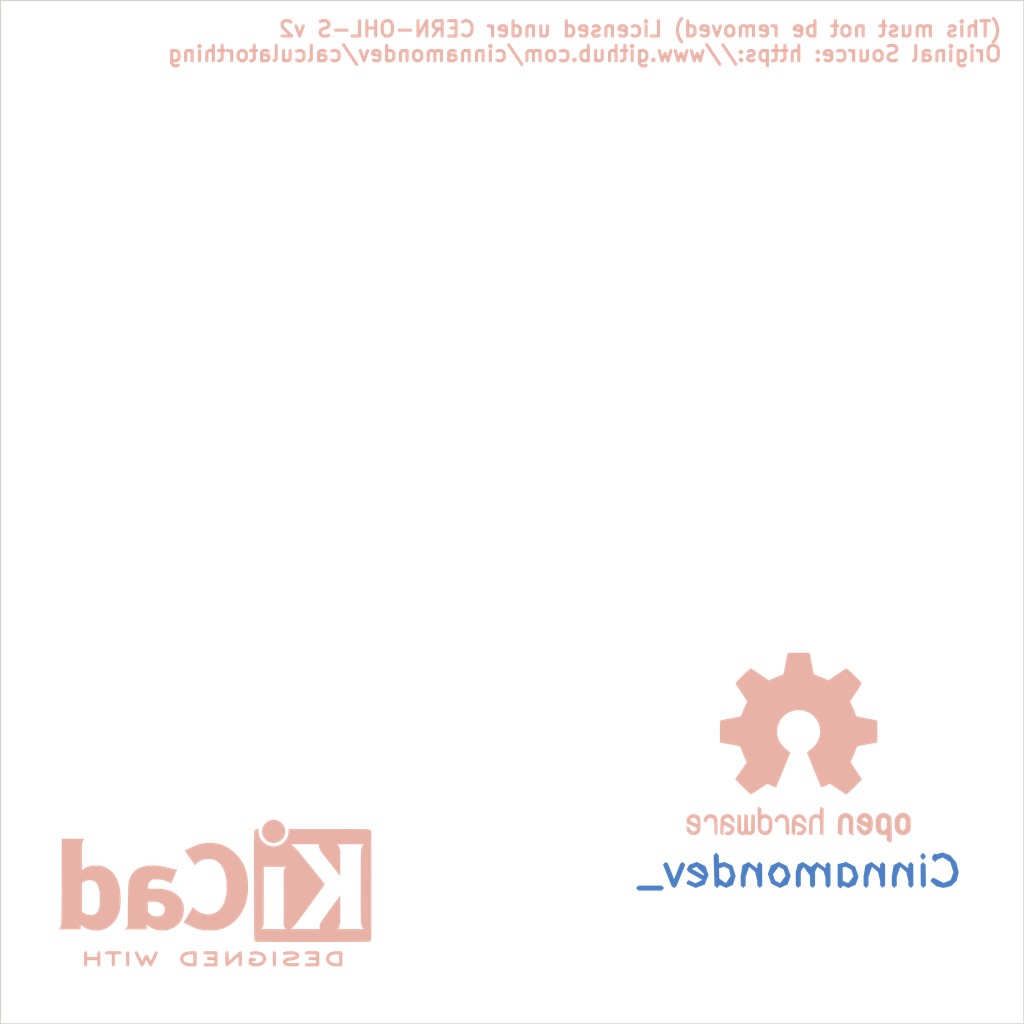
<source format=kicad_pcb>
(kicad_pcb (version 20211014) (generator pcbnew)
  (title_block (title "Calculatorthing") (date "2022-11-18") (rev "indev"))
  (layers (0 "F.Cu" signal) (31 "B.Cu" signal) (34 "B.Paste" user) (35 "F.Paste" user) (36 "B.SilkS" user "B.Silkscreen") (37 "F.SilkS" user "F.Silkscreen") (38 "B.Mask" user) (39 "F.Mask" user) (44 "Edge.Cuts" user))
  (net 0 "")
  (footprint "Symbol:OSHW-Logo2_24.3x20mm_SilkScreen" (layer "B.Cu") (at 168 114 180)
    (fp_text reference "REF**" hide)
    (fp_text value "OSHW-Logo2_24.3x20mm_SilkScreen" hide)
  )
  (footprint "comp:logo" (layer "B.Cu") (at 183.645837 124.26318 180)
    (fp_text reference "svg2mod" hide)
    (fp_text value "G***" hide)
    (fp_poly (pts (xy 29.037234 -3.72364) (xy 31.297834 -3.72364) (xy 31.541674 -3.4798) (xy 31.297834 -3.23596) (xy 29.037234 -3.23596) (xy 28.793394 -3.4798) (xy 29.037234 -3.72364)) (layer "B.Cu") (width 0) (fill solid))
    (fp_poly (pts (xy 17.465016 -3.46456) (xy 17.465016 -3.00736) (xy 16.916376 -2.28092) (xy 17.116401 -1.656715) (xy 17.586936 -1.38684) (xy 18.160976 -2.12852) (xy 17.950156 -2.7432) (xy 17.465016 -3.00736) (xy 17.465016 -3.46456) (xy 18.303851 -3.06197) (xy 18.658816 -2.10312) (xy 18.355921 -1.282065) (xy 17.607256 -0.92964) (xy 16.770961 -1.3335) (xy 16.418536 -2.286) (xy 16.718891 -3.11912) (xy 17.465016 -3.46456)) (layer "B.Cu") (width 0) (fill solid))
    (fp_poly (pts (xy 7.442186 -3.46456) (xy 7.680946 -3.21056) (xy 7.680946 -2.78384) (xy 7.889226 -1.89992) (xy 8.478506 -1.40208) (xy 8.813786 -2.38252) (xy 8.813786 -3.2258) (xy 9.057626 -3.46456) (xy 9.291306 -3.22072) (xy 9.296406 -2.33172) (xy 9.117971 -1.232535) (xy 8.524246 -0.92964) (xy 7.686046 -1.55448) (xy 7.686046 -1.1684) (xy 7.452366 -0.92456) (xy 7.198366 -1.1684) (xy 7.198366 -3.23088) (xy 7.442206 -3.46456) (xy 7.442186 -3.46456)) (layer "B.Cu") (width 0) (fill solid))
    (fp_poly (pts (xy 3.479799 -0.71628) (xy 3.723639 -0.47752) (xy 3.728739 -0.28448) (xy 3.489979 -0.04064) (xy 3.246139 -0.2794) (xy 3.241039 -0.46736) (xy 3.479799 -0.71628)) (layer "B.Cu") (width 0) (fill solid))
    (fp_poly (pts (xy 4.68375 -3.46456) (xy 4.92251 -3.21056) (xy 4.92251 -2.78384) (xy 5.13079 -1.89992) (xy 5.72007 -1.40208) (xy 6.05535 -2.38252) (xy 6.05535 -3.2258) (xy 6.29919 -3.46456) (xy 6.53287 -3.22072) (xy 6.53797 -2.33172) (xy 6.359535 -1.232535) (xy 5.76581 -0.92964) (xy 4.92761 -1.55448) (xy 4.92761 -1.1684) (xy 4.69393 -0.92456) (xy 4.43993 -1.1684) (xy 4.43993 -3.23088) (xy 4.68377 -3.46456) (xy 4.68375 -3.46456)) (layer "B.Cu") (width 0) (fill solid))
    (fp_poly (pts (xy 1.48336 -3.46456) (xy 2.17297 -3.31089) (xy 2.70256 -2.86004) (xy 2.74828 -2.70764) (xy 2.49428 -2.45364) (xy 2.29616 -2.55524) (xy 1.48336 -2.97688) (xy 0.79756 -2.70383) (xy 0.508 -1.93548) (xy 0.832485 -0.937895) (xy 1.5494 -0.49276) (xy 2.08788 -0.69088) (xy 2.08788 -0.72644) (xy 2.32664 -0.92964) (xy 2.58064 -0.67564) (xy 2.58064 -0.35052) (xy 2.34696 -0.11684) (xy 2.19456 -0.1778) (xy 1.58496 0) (xy 0.828604 -0.276013) (xy 0.238196 -0.982133) (xy 0 -1.93548) (xy 0.205081 -2.760886) (xy 0.739799 -3.282621) (xy 1.48336 -3.46456)) (layer "B.Cu") (width 0) (fill solid))
    (fp_poly (pts (xy 3.454399 -3.46456) (xy 3.703319 -3.21564) (xy 3.728719 -1.1938) (xy 3.479799 -0.94488) (xy 3.230879 -1.1938) (xy 3.205479 -3.21564) (xy 3.454399 -3.46456)) (layer "B.Cu") (width 0) (fill solid))
    (fp_poly (pts (xy 12.78126 -3.46456) (xy 13.0251 -3.2258) (xy 13.02 -2.47904) (xy 13.1978 -1.83896) (xy 13.79216 -1.397) (xy 14.04108 -1.86436) (xy 14.04108 -3.2258) (xy 14.28492 -3.46456) (xy 14.52876 -3.2258) (xy 14.52876 -2.28092) (xy 15.15868 -1.397) (xy 15.433 -1.86436) (xy 15.433 -3.2258) (xy 15.67684 -3.46456) (xy 15.92068 -3.2258) (xy 15.92068 -1.89484) (xy 15.73272 -1.162685) (xy 15.23996 -0.92964) (xy 14.44748 -1.41732) (xy 13.86328 -0.92964) (xy 13.02508 -1.52908) (xy 13.02508 -1.17348) (xy 12.78124 -0.92964) (xy 12.5374 -1.17348) (xy 12.5374 -3.2258) (xy 12.78124 -3.46456) (xy 12.78126 -3.46456)) (layer "B.Cu") (width 0) (fill solid))
    (fp_poly (pts (xy 25.714922 -3.46456) (xy 26.563282 -3.08864) (xy 26.624242 -2.93624) (xy 26.385482 -2.70764) (xy 26.217842 -2.78892) (xy 25.714922 -3.00736) (xy 25.059601 -2.67716) (xy 26.421042 -1.89484) (xy 26.578522 -1.66116) (xy 26.342302 -1.205865) (xy 25.603162 -0.92964) (xy 24.768136 -1.321435) (xy 24.455081 -2.18948) (xy 24.816396 -3.126105) (xy 24.917361 -3.164136) (xy 24.917361 -2.25552) (xy 24.927521 -2.07264) (xy 25.638722 -1.38684) (xy 26.075602 -1.6002) (xy 24.917361 -2.25552) (xy 24.917361 -3.164136) (xy 25.714922 -3.46456)) (layer "B.Cu") (width 0) (fill solid))
    (fp_poly (pts (xy 22.712645 -3.45948) (xy 22.753285 -3.442193) (xy 22.753285 -3.00228) (xy 22.291005 -2.29616) (xy 22.44912 -1.62306) (xy 22.915845 -1.39192) (xy 23.423844 -1.5494) (xy 23.403524 -2.55016) (xy 22.753285 -3.00228) (xy 22.753285 -3.442193) (xy 23.393364 -3.16992) (xy 23.393364 -3.26136) (xy 23.627044 -3.46456) (xy 23.875964 -3.23088) (xy 23.947084 -0.27432) (xy 23.708324 -0.01524) (xy 23.454324 -0.26416) (xy 23.428924 -1.05156) (xy 22.885365 -0.93472) (xy 22.10622 -1.289685) (xy 21.803325 -2.3114) (xy 22.067485 -3.165475) (xy 22.712645 -3.45948)) (layer "B.Cu") (width 0) (fill solid))
    (fp_poly (pts (xy 11.582383 -3.51536) (xy 11.826223 -3.26136) (xy 11.826223 -1.14808) (xy 11.013423 -0.92964) (xy 10.121883 -1.38557) (xy 9.794223 -2.36728) (xy 10.074893 -3.161665) (xy 10.774663 -3.46456) (xy 10.810223 -3.450835) (xy 10.810223 -2.99212) (xy 10.286983 -2.35712) (xy 10.487643 -1.69037) (xy 11.023583 -1.397) (xy 11.343623 -1.45796) (xy 11.328383 -2.78384) (xy 10.810223 -2.99212) (xy 10.810223 -3.450835) (xy 11.353783 -3.24104) (xy 11.353783 -3.31216) (xy 11.582383 -3.51536)) (layer "B.Cu") (width 0) (fill solid))
    (fp_poly (pts (xy 27.812958 -3.46964) (xy 28.041558 -3.31724) (xy 28.864518 -1.27) (xy 28.889918 -1.16332) (xy 28.646078 -0.92456) (xy 28.417478 -1.07696) (xy 27.812958 -2.60604) (xy 27.213518 -1.0922) (xy 26.984918 -0.92964) (xy 26.735998 -1.15824) (xy 26.751238 -1.25984) (xy 27.589438 -3.302) (xy 27.812958 -3.46964)) (layer "B.Cu") (width 0) (fill solid))
    (fp_poly (pts (xy 19.451288 -3.46456) (xy 19.690048 -3.21056) (xy 19.690048 -2.78384) (xy 19.898328 -1.89992) (xy 20.487608 -1.40208) (xy 20.822888 -2.38252) (xy 20.822888 -3.2258) (xy 21.066728 -3.46456) (xy 21.300408 -3.22072) (xy 21.305508 -2.33172) (xy 21.127073 -1.232535) (xy 20.533348 -0.92964) (xy 19.695148 -1.55448) (xy 19.695148 -1.1684) (xy 19.461468 -0.92456) (xy 19.207468 -1.1684) (xy 19.207468 -3.23088) (xy 19.451308 -3.46456) (xy 19.451288 -3.46456)) (layer "B.Cu") (width 0) (fill solid))
  )
  (footprint "Symbol:KiCad-Logo2_12mm_SilkScreen" (layer "B.Cu") (at 111 127 180)
    (fp_text reference "REF**" hide)
    (fp_text value "KiCad-Logo2_12mm_SilkScreen" hide)
  )
  (gr_rect (start 90 41) (end 190 141) (layer "Edge.Cuts") (width 0.1) (fill none))
  (gr_text "(This must not be removed) Licensed under CERN-OHL-S v2\nOriginal Source: https://www.github.com/cinnamondev/calculatorthing" (at 188 45) (layer "B.SilkS") (effects (font (size 1.5 1.5) (thickness 0.3)) (justify left mirror)))
)
</source>
